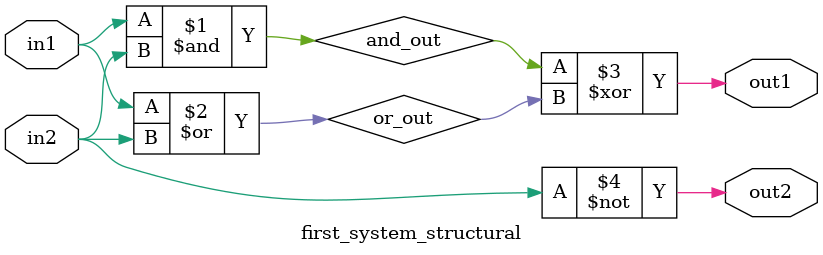
<source format=v>
`timescale 1ns / 1ps

module first_system_structural(out1, out2, in1, in2);

input in1, in2;
output out1, out2;

wire and_out, or_out;

and gate_and(and_out, in1, in2);
or gate_or(or_out, in1, in2);
xor gate_xor(out1, and_out, or_out);
not gate_not(out2, in2);

endmodule

</source>
